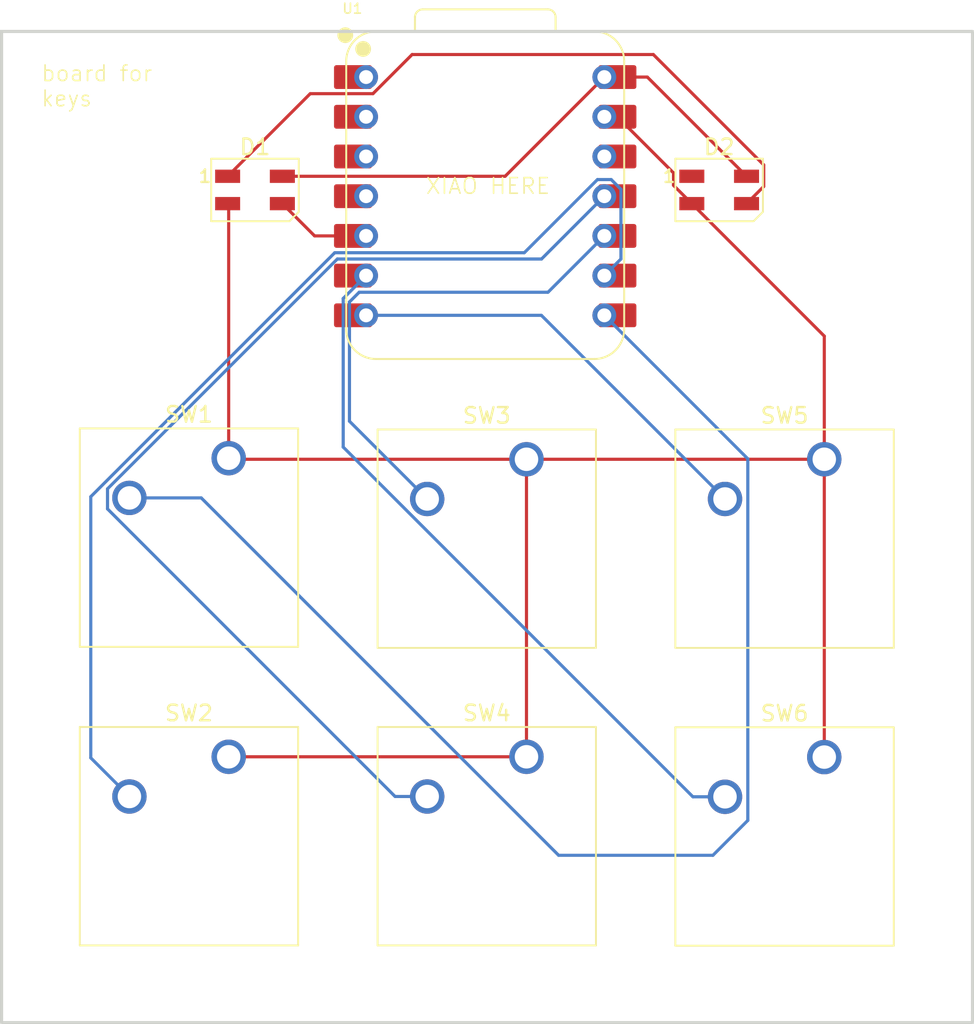
<source format=kicad_pcb>
(kicad_pcb (version 20241229) (generator "pcbnew") (generator_version "9.0")
  (layers (0 "F.Cu" signal) (2 "B.Cu" signal) (13 "F.Paste" user) (15 "B.Paste" user) (5 "F.SilkS" user "F.Silkscreen") (7 "B.SilkS" user "B.Silkscreen") (1 "F.Mask" user) (3 "B.Mask" user) (25 "Edge.Cuts" user))
  (net 0 "")
  (net 1 "+5V")
  (net 2 "Net-(D1-DIN)")
  (net 3 "GND")
  (net 4 "Net-(D1-DOUT)")
  (net 6 "Net-(U1-GPIO1{slash}RX)")
  (net 7 "Net-(U1-GPIO2{slash}SCK)")
  (net 8 "Net-(U1-GPIO4{slash}MISO)")
  (net 9 "Net-(U1-GPIO3{slash}MOSI)")
  (net 10 "Net-(U1-GPIO0{slash}TX)")
  (net 15 "Net-(U1-GPIO7{slash}SCL)")
  (footprint "Button_Switch_Keyboard:SW_Cherry_MX_1.00u_PCB" (layer "F.Cu") (at 106.9975 125.88875)
    (property "Reference" "SW3" (at -2.54 -2.794 0) (layer "F.SilkS"))
    (property "Value" "SW_Push")
    (fp_line (start -9.525 -1.905) (end 4.445 -1.905) (stroke (width 0.12)) (layer "F.SilkS"))
    (fp_line (start -9.525 12.065) (end -9.525 -1.905) (stroke (width 0.12)) (layer "F.SilkS"))
    (fp_line (start 4.445 -1.905) (end 4.445 12.065) (stroke (width 0.12)) (layer "F.SilkS"))
    (fp_line (start 4.445 12.065) (end -9.525 12.065) (stroke (width 0.12)) (layer "F.SilkS"))
    (pad "" np_thru_hole circle (at -7.62 5.08) (size 1.7 1.7) (drill 1.7) (layers "*.Cu" "*.Mask"))
    (pad "" np_thru_hole circle (at -2.54 5.08) (size 4 4) (drill 4) (layers "*.Cu" "*.Mask"))
    (pad "" np_thru_hole circle (at 2.54 5.08) (size 1.7 1.7) (drill 1.7) (layers "*.Cu" "*.Mask"))
    (pad "1" thru_hole circle (at 0 0) (size 2.2 2.2) (drill 1.5) (layers "*.Cu" "*.Mask") (net 3 "GND"))
    (pad "2" thru_hole circle (at -6.35 2.54) (size 2.2 2.2) (drill 1.5) (layers "*.Cu" "*.Mask") (net 8 "Net-(U1-GPIO4{slash}MISO)"))
  )
  (footprint "Seeed Studio XIAO Series Library:XIAO-RP2040-DIP" (layer "F.Cu") (at 104.357 109.06125)
    (property "Reference" "U1" (at -8.5 -12 0) (layer "F.SilkS") (effects (font (size 0.635 0.635) (thickness 0.1016))))
    (property "Value" "XIAO-RP2040-DIP")
    (fp_line (start -8.89 8.509) (end -8.89 -8.636) (stroke (width 0.127)) (layer "F.SilkS"))
    (fp_line (start -6.985 10.414) (end 6.985 10.414) (stroke (width 0.127)) (layer "F.SilkS"))
    (fp_line (start -4.495 -10.541) (end -4.491272 -11.451272) (stroke (width 0.127)) (layer "F.SilkS"))
    (fp_line (start -3.991272 -11.951) (end 4.004 -11.951) (stroke (width 0.127)) (layer "F.SilkS"))
    (fp_line (start 4.504 -11.451) (end 4.504 -10.541) (stroke (width 0.127)) (layer "F.SilkS"))
    (fp_line (start 6.985 -10.541) (end -6.985 -10.541) (stroke (width 0.1)) (layer "F.SilkS"))
    (fp_line (start 6.985 -10.541) (end -6.985 -10.541) (stroke (width 0.127)) (layer "F.SilkS"))
    (fp_line (start 8.89 8.509) (end 8.89 -8.636) (stroke (width 0.127)) (layer "F.SilkS"))
    (fp_arc (start -8.89 -8.636) (mid -8.332038 -9.983038) (end -6.985 -10.541) (stroke (width 0.127)) (layer "F.SilkS"))
    (fp_arc (start -6.985 10.414) (mid -8.332038 9.856038) (end -8.89 8.509) (stroke (width 0.127)) (layer "F.SilkS"))
    (fp_arc (start -4.491272 -11.451272) (mid -4.344728 -11.80464) (end -3.991272 -11.951) (stroke (width 0.127)) (layer "F.SilkS"))
    (fp_arc (start 4.004 -11.951) (mid 4.357553 -11.804553) (end 4.504 -11.451) (stroke (width 0.127)) (layer "F.SilkS"))
    (fp_arc (start 6.985 -10.541) (mid 8.332038 -9.983038) (end 8.89 -8.636) (stroke (width 0.127)) (layer "F.SilkS"))
    (fp_arc (start 8.89 8.509) (mid 8.332038 9.856038) (end 6.985 10.414) (stroke (width 0.127)) (layer "F.SilkS"))
    (fp_circle (center -8.95 -10.3) (end -8.95 -10.554) (stroke (width 0.5)) (fill yes) (layer "F.SilkS"))
    (fp_circle (center -7.807 -9.42) (end -7.807 -9.674) (stroke (width 0.5)) (fill yes) (layer "F.SilkS"))
    (pad "1" smd roundrect (at -8.455 -7.62 180) (size 2.432 1.524) (layers "F.Cu" "F.Mask") (roundrect_rratio 0.1))
    (pad "1" thru_hole circle (at -7.62 -7.62 180) (size 1.524 1.524) (drill 0.889) (layers "*.Cu" "*.Mask"))
    (pad "2" smd roundrect (at -8.455 -5.08 180) (size 2.432 1.524) (layers "F.Cu" "F.Mask") (roundrect_rratio 0.1))
    (pad "2" thru_hole circle (at -7.62 -5.08 180) (size 1.524 1.524) (drill 0.889) (layers "*.Cu" "*.Mask"))
    (pad "3" smd roundrect (at -8.455 -2.54 180) (size 2.432 1.524) (layers "F.Cu" "F.Mask") (roundrect_rratio 0.1))
    (pad "3" thru_hole circle (at -7.62 -2.54 180) (size 1.524 1.524) (drill 0.889) (layers "*.Cu" "*.Mask"))
    (pad "4" smd roundrect (at -8.455 0 180) (size 2.432 1.524) (layers "F.Cu" "F.Mask") (roundrect_rratio 0.1))
    (pad "4" thru_hole circle (at -7.62 0 180) (size 1.524 1.524) (drill 0.889) (layers "*.Cu" "*.Mask"))
    (pad "5" smd roundrect (at -8.455 2.54 180) (size 2.432 1.524) (layers "F.Cu" "F.Mask") (roundrect_rratio 0.1) (net 2 "Net-(D1-DIN)"))
    (pad "5" thru_hole circle (at -7.62 2.54 180) (size 1.524 1.524) (drill 0.889) (layers "*.Cu" "*.Mask") (net 2 "Net-(D1-DIN)"))
    (pad "6" smd roundrect (at -8.455 5.08 180) (size 2.432 1.524) (layers "F.Cu" "F.Mask") (roundrect_rratio 0.1) (net 15 "Net-(U1-GPIO7{slash}SCL)"))
    (pad "6" thru_hole circle (at -7.62 5.08 180) (size 1.524 1.524) (drill 0.889) (layers "*.Cu" "*.Mask") (net 15 "Net-(U1-GPIO7{slash}SCL)"))
    (pad "7" smd roundrect (at -8.455 7.62 180) (size 2.432 1.524) (layers "F.Cu" "F.Mask") (roundrect_rratio 0.1) (net 10 "Net-(U1-GPIO0{slash}TX)"))
    (pad "7" thru_hole circle (at -7.62 7.62 180) (size 1.524 1.524) (drill 0.889) (layers "*.Cu" "*.Mask") (net 10 "Net-(U1-GPIO0{slash}TX)"))
    (pad "8" thru_hole circle (at 7.62 7.62) (size 1.524 1.524) (drill 0.889) (layers "*.Cu" "*.Mask") (net 6 "Net-(U1-GPIO1{slash}RX)"))
    (pad "8" smd roundrect (at 8.455 7.62) (size 2.432 1.524) (layers "F.Cu" "F.Mask") (roundrect_rratio 0.1) (net 6 "Net-(U1-GPIO1{slash}RX)"))
    (pad "9" thru_hole circle (at 7.62 5.08) (size 1.524 1.524) (drill 0.889) (layers "*.Cu" "*.Mask") (net 7 "Net-(U1-GPIO2{slash}SCK)"))
    (pad "9" smd roundrect (at 8.455 5.08) (size 2.432 1.524) (layers "F.Cu" "F.Mask") (roundrect_rratio 0.1) (net 7 "Net-(U1-GPIO2{slash}SCK)"))
    (pad "10" thru_hole circle (at 7.62 2.54) (size 1.524 1.524) (drill 0.889) (layers "*.Cu" "*.Mask") (net 8 "Net-(U1-GPIO4{slash}MISO)"))
    (pad "10" smd roundrect (at 8.455 2.54) (size 2.432 1.524) (layers "F.Cu" "F.Mask") (roundrect_rratio 0.1) (net 8 "Net-(U1-GPIO4{slash}MISO)"))
    (pad "11" thru_hole circle (at 7.62 0) (size 1.524 1.524) (drill 0.889) (layers "*.Cu" "*.Mask") (net 9 "Net-(U1-GPIO3{slash}MOSI)"))
    (pad "11" smd roundrect (at 8.455 0) (size 2.432 1.524) (layers "F.Cu" "F.Mask") (roundrect_rratio 0.1) (net 9 "Net-(U1-GPIO3{slash}MOSI)"))
    (pad "12" thru_hole circle (at 7.62 -2.54) (size 1.524 1.524) (drill 0.889) (layers "*.Cu" "*.Mask"))
    (pad "12" smd roundrect (at 8.455 -2.54) (size 2.432 1.524) (layers "F.Cu" "F.Mask") (roundrect_rratio 0.1))
    (pad "13" thru_hole circle (at 7.62 -5.08) (size 1.524 1.524) (drill 0.889) (layers "*.Cu" "*.Mask") (net 3 "GND"))
    (pad "13" smd roundrect (at 8.455 -5.08) (size 2.432 1.524) (layers "F.Cu" "F.Mask") (roundrect_rratio 0.1) (net 3 "GND"))
    (pad "14" thru_hole circle (at 7.62 -7.62) (size 1.524 1.524) (drill 0.889) (layers "*.Cu" "*.Mask") (net 1 "+5V"))
    (pad "14" smd roundrect (at 8.455 -7.62) (size 2.432 1.524) (layers "F.Cu" "F.Mask") (roundrect_rratio 0.1) (net 1 "+5V"))
  )
  (footprint "Button_Switch_Keyboard:SW_Cherry_MX_1.00u_PCB" (layer "F.Cu") (at 126.0475 144.93875)
    (property "Reference" "SW6" (at -2.54 -2.794 0) (layer "F.SilkS"))
    (property "Value" "SW_Push")
    (fp_line (start -9.525 -1.905) (end 4.445 -1.905) (stroke (width 0.12)) (layer "F.SilkS"))
    (fp_line (start -9.525 12.065) (end -9.525 -1.905) (stroke (width 0.12)) (layer "F.SilkS"))
    (fp_line (start 4.445 -1.905) (end 4.445 12.065) (stroke (width 0.12)) (layer "F.SilkS"))
    (fp_line (start 4.445 12.065) (end -9.525 12.065) (stroke (width 0.12)) (layer "F.SilkS"))
    (pad "" np_thru_hole circle (at -7.62 5.08) (size 1.7 1.7) (drill 1.7) (layers "*.Cu" "*.Mask"))
    (pad "" np_thru_hole circle (at -2.54 5.08) (size 4 4) (drill 4) (layers "*.Cu" "*.Mask"))
    (pad "" np_thru_hole circle (at 2.54 5.08) (size 1.7 1.7) (drill 1.7) (layers "*.Cu" "*.Mask"))
    (pad "1" thru_hole circle (at 0 0) (size 2.2 2.2) (drill 1.5) (layers "*.Cu" "*.Mask") (net 3 "GND"))
    (pad "2" thru_hole circle (at -6.35 2.54) (size 2.2 2.2) (drill 1.5) (layers "*.Cu" "*.Mask") (net 15 "Net-(U1-GPIO7{slash}SCL)"))
  )
  (footprint "LED_SMD:LED_SK6812MINI_PLCC4_3.5x3.5mm_P1.75mm" (layer "F.Cu") (at 89.63075 108.6625)
    (property "Reference" "D1" (at 0 -2.75 0) (layer "F.SilkS"))
    (property "Value" "SK6812MINI")
    (fp_line (start -2.8 -2) (end -2.8 2) (stroke (width 0.12)) (layer "F.SilkS"))
    (fp_line (start -2.8 -2) (end 2.8 -2) (stroke (width 0.12)) (layer "F.SilkS"))
    (fp_line (start -2.8 2) (end 2.2 2) (stroke (width 0.12)) (layer "F.SilkS"))
    (fp_line (start 2.8 1.4) (end 2.2 2) (stroke (width 0.12)) (layer "F.SilkS"))
    (fp_line (start 2.8 1.4) (end 2.8 -2) (stroke (width 0.12)) (layer "F.SilkS"))
    (fp_text user "1" (at -3.2 -0.875 0) (layer "F.SilkS") (effects (font (size 0.8 0.8))))
    (pad "1" smd rect (at -1.75 -0.875) (size 1.6 0.85) (layers "F.Cu" "F.Mask" "F.Paste") (net 4 "Net-(D1-DOUT)"))
    (pad "2" smd rect (at -1.75 0.875) (size 1.6 0.85) (layers "F.Cu" "F.Mask" "F.Paste") (net 3 "GND"))
    (pad "3" smd rect (at 1.75 0.875) (size 1.6 0.85) (layers "F.Cu" "F.Mask" "F.Paste") (net 2 "Net-(D1-DIN)"))
    (pad "4" smd rect (at 1.75 -0.875) (size 1.6 0.85) (layers "F.Cu" "F.Mask" "F.Paste") (net 1 "+5V"))
  )
  (footprint "Button_Switch_Keyboard:SW_Cherry_MX_1.00u_PCB" (layer "F.Cu") (at 126.0475 125.88875)
    (property "Reference" "SW5" (at -2.54 -2.794 0) (layer "F.SilkS"))
    (property "Value" "SW_Push")
    (fp_line (start -9.525 -1.905) (end 4.445 -1.905) (stroke (width 0.12)) (layer "F.SilkS"))
    (fp_line (start -9.525 12.065) (end -9.525 -1.905) (stroke (width 0.12)) (layer "F.SilkS"))
    (fp_line (start 4.445 -1.905) (end 4.445 12.065) (stroke (width 0.12)) (layer "F.SilkS"))
    (fp_line (start 4.445 12.065) (end -9.525 12.065) (stroke (width 0.12)) (layer "F.SilkS"))
    (pad "" np_thru_hole circle (at -7.62 5.08) (size 1.7 1.7) (drill 1.7) (layers "*.Cu" "*.Mask"))
    (pad "" np_thru_hole circle (at -2.54 5.08) (size 4 4) (drill 4) (layers "*.Cu" "*.Mask"))
    (pad "" np_thru_hole circle (at 2.54 5.08) (size 1.7 1.7) (drill 1.7) (layers "*.Cu" "*.Mask"))
    (pad "1" thru_hole circle (at 0 0) (size 2.2 2.2) (drill 1.5) (layers "*.Cu" "*.Mask") (net 3 "GND"))
    (pad "2" thru_hole circle (at -6.35 2.54) (size 2.2 2.2) (drill 1.5) (layers "*.Cu" "*.Mask") (net 10 "Net-(U1-GPIO0{slash}TX)"))
  )
  (footprint "LED_SMD:LED_SK6812MINI_PLCC4_3.5x3.5mm_P1.75mm" (layer "F.Cu") (at 119.3245 108.6625)
    (property "Reference" "D2" (at 0 -2.75 0) (layer "F.SilkS"))
    (property "Value" "SK6812MINI")
    (fp_line (start -2.8 -2) (end -2.8 2) (stroke (width 0.12)) (layer "F.SilkS"))
    (fp_line (start -2.8 -2) (end 2.8 -2) (stroke (width 0.12)) (layer "F.SilkS"))
    (fp_line (start -2.8 2) (end 2.2 2) (stroke (width 0.12)) (layer "F.SilkS"))
    (fp_line (start 2.8 1.4) (end 2.2 2) (stroke (width 0.12)) (layer "F.SilkS"))
    (fp_line (start 2.8 1.4) (end 2.8 -2) (stroke (width 0.12)) (layer "F.SilkS"))
    (fp_text user "1" (at -3.2 -0.875 0) (layer "F.SilkS") (effects (font (size 0.8 0.8))))
    (pad "1" smd rect (at -1.75 -0.875) (size 1.6 0.85) (layers "F.Cu" "F.Mask" "F.Paste"))
    (pad "2" smd rect (at -1.75 0.875) (size 1.6 0.85) (layers "F.Cu" "F.Mask" "F.Paste") (net 3 "GND"))
    (pad "3" smd rect (at 1.75 0.875) (size 1.6 0.85) (layers "F.Cu" "F.Mask" "F.Paste") (net 4 "Net-(D1-DOUT)"))
    (pad "4" smd rect (at 1.75 -0.875) (size 1.6 0.85) (layers "F.Cu" "F.Mask" "F.Paste") (net 1 "+5V"))
  )
  (footprint "Button_Switch_Keyboard:SW_Cherry_MX_1.00u_PCB" (layer "F.Cu") (at 87.9475 144.92)
    (property "Reference" "SW2" (at -2.54 -2.794 0) (layer "F.SilkS"))
    (property "Value" "SW_Push")
    (fp_line (start -9.525 -1.905) (end 4.445 -1.905) (stroke (width 0.12)) (layer "F.SilkS"))
    (fp_line (start -9.525 12.065) (end -9.525 -1.905) (stroke (width 0.12)) (layer "F.SilkS"))
    (fp_line (start 4.445 -1.905) (end 4.445 12.065) (stroke (width 0.12)) (layer "F.SilkS"))
    (fp_line (start 4.445 12.065) (end -9.525 12.065) (stroke (width 0.12)) (layer "F.SilkS"))
    (pad "" np_thru_hole circle (at -7.62 5.08) (size 1.7 1.7) (drill 1.7) (layers "*.Cu" "*.Mask"))
    (pad "" np_thru_hole circle (at -2.54 5.08) (size 4 4) (drill 4) (layers "*.Cu" "*.Mask"))
    (pad "" np_thru_hole circle (at 2.54 5.08) (size 1.7 1.7) (drill 1.7) (layers "*.Cu" "*.Mask"))
    (pad "1" thru_hole circle (at 0 0) (size 2.2 2.2) (drill 1.5) (layers "*.Cu" "*.Mask") (net 3 "GND"))
    (pad "2" thru_hole circle (at -6.35 2.54) (size 2.2 2.2) (drill 1.5) (layers "*.Cu" "*.Mask") (net 7 "Net-(U1-GPIO2{slash}SCK)"))
  )
  (footprint "Button_Switch_Keyboard:SW_Cherry_MX_1.00u_PCB" (layer "F.Cu") (at 106.9975 144.92)
    (property "Reference" "SW4" (at -2.54 -2.794 0) (layer "F.SilkS"))
    (property "Value" "SW_Push")
    (fp_line (start -9.525 -1.905) (end 4.445 -1.905) (stroke (width 0.12)) (layer "F.SilkS"))
    (fp_line (start -9.525 12.065) (end -9.525 -1.905) (stroke (width 0.12)) (layer "F.SilkS"))
    (fp_line (start 4.445 -1.905) (end 4.445 12.065) (stroke (width 0.12)) (layer "F.SilkS"))
    (fp_line (start 4.445 12.065) (end -9.525 12.065) (stroke (width 0.12)) (layer "F.SilkS"))
    (pad "" np_thru_hole circle (at -7.62 5.08) (size 1.7 1.7) (drill 1.7) (layers "*.Cu" "*.Mask"))
    (pad "" np_thru_hole circle (at -2.54 5.08) (size 4 4) (drill 4) (layers "*.Cu" "*.Mask"))
    (pad "" np_thru_hole circle (at 2.54 5.08) (size 1.7 1.7) (drill 1.7) (layers "*.Cu" "*.Mask"))
    (pad "1" thru_hole circle (at 0 0) (size 2.2 2.2) (drill 1.5) (layers "*.Cu" "*.Mask") (net 3 "GND"))
    (pad "2" thru_hole circle (at -6.35 2.54) (size 2.2 2.2) (drill 1.5) (layers "*.Cu" "*.Mask") (net 9 "Net-(U1-GPIO3{slash}MOSI)"))
  )
  (footprint "Button_Switch_Keyboard:SW_Cherry_MX_1.00u_PCB" (layer "F.Cu") (at 87.9475 125.82)
    (property "Reference" "SW1" (at -2.54 -2.794 0) (layer "F.SilkS"))
    (property "Value" "SW_Push")
    (fp_line (start -9.525 -1.905) (end 4.445 -1.905) (stroke (width 0.12)) (layer "F.SilkS"))
    (fp_line (start -9.525 12.065) (end -9.525 -1.905) (stroke (width 0.12)) (layer "F.SilkS"))
    (fp_line (start 4.445 -1.905) (end 4.445 12.065) (stroke (width 0.12)) (layer "F.SilkS"))
    (fp_line (start 4.445 12.065) (end -9.525 12.065) (stroke (width 0.12)) (layer "F.SilkS"))
    (pad "" np_thru_hole circle (at -7.62 5.08) (size 1.7 1.7) (drill 1.7) (layers "*.Cu" "*.Mask"))
    (pad "" np_thru_hole circle (at -2.54 5.08) (size 4 4) (drill 4) (layers "*.Cu" "*.Mask"))
    (pad "" np_thru_hole circle (at 2.54 5.08) (size 1.7 1.7) (drill 1.7) (layers "*.Cu" "*.Mask"))
    (pad "1" thru_hole circle (at 0 0) (size 2.2 2.2) (drill 1.5) (layers "*.Cu" "*.Mask") (net 3 "GND"))
    (pad "2" thru_hole circle (at -6.35 2.54) (size 2.2 2.2) (drill 1.5) (layers "*.Cu" "*.Mask") (net 6 "Net-(U1-GPIO1{slash}RX)"))
  )
  (gr_rect (start 73.41875 98.521875) (end 135.53125 161.925) (stroke (width 0.2)) (fill no) (layer "Edge.Cuts"))
  (gr_text "board for\nkeys" (at 75.9 103.4 0) (layer "F.SilkS") (effects (font (size 1 1) (thickness 0.1)) (justify left bottom)))
  (gr_text "XIAO HERE" (at 100.49325 108.99775 0) (layer "F.SilkS") (effects (font (size 1 1) (thickness 0.1)) (justify left bottom)))
  (segment (start 114.72825 101.44125) (end 111.977 101.44125) (width 0.2) (layer "F.Cu") (net 1))
  (segment (start 105.63075 107.7875) (end 91.38075 107.7875) (width 0.2) (layer "F.Cu") (net 1))
  (segment (start 121.0745 107.7875) (end 114.72825 101.44125) (width 0.2) (layer "F.Cu") (net 1))
  (segment (start 111.977 101.44125) (end 105.63075 107.7875) (width 0.2) (layer "F.Cu") (net 1))
  (segment (start 93.4445 111.60125) (end 96.737 111.60125) (width 0.2) (layer "F.Cu") (net 2))
  (segment (start 91.38075 109.5375) (end 93.4445 111.60125) (width 0.2) (layer "F.Cu") (net 2))
  (segment (start 117.5745 109.5375) (end 116.4 108.363) (width 0.2) (layer "F.Cu") (net 3))
  (segment (start 126.0475 125.88875) (end 126.0475 118.0105) (width 0.2) (layer "F.Cu") (net 3))
  (segment (start 87.9475 109.60425) (end 87.88075 109.5375) (width 0.2) (layer "F.Cu") (net 3))
  (segment (start 106.9975 125.88875) (end 126.0475 125.88875) (width 0.2) (layer "F.Cu") (net 3))
  (segment (start 116.4 108.363) (end 116.4 107.56925) (width 0.2) (layer "F.Cu") (net 3))
  (segment (start 88.01625 125.88875) (end 87.9475 125.82) (width 0.2) (layer "F.Cu") (net 3))
  (segment (start 106.9975 144.92) (end 87.9475 144.92) (width 0.2) (layer "F.Cu") (net 3))
  (segment (start 106.9975 125.88875) (end 106.9975 144.92) (width 0.2) (layer "F.Cu") (net 3))
  (segment (start 126.0475 118.0105) (end 117.5745 109.5375) (width 0.2) (layer "F.Cu") (net 3))
  (segment (start 106.9975 125.88875) (end 88.01625 125.88875) (width 0.2) (layer "F.Cu") (net 3))
  (segment (start 126.0475 144.93875) (end 126.0475 125.88875) (width 0.2) (layer "F.Cu") (net 3))
  (segment (start 87.9475 125.82) (end 87.9475 109.60425) (width 0.2) (layer "F.Cu") (net 3))
  (segment (start 116.4 107.56925) (end 112.812 103.98125) (width 0.2) (layer "F.Cu") (net 3))
  (segment (start 122.1755 107.0615) (end 115.114 100) (width 0.2) (layer "F.Cu") (net 4))
  (segment (start 93.164 102.50425) (end 87.88075 107.7875) (width 0.2) (layer "F.Cu") (net 4))
  (segment (start 115.114 100) (end 99.68156 100) (width 0.2) (layer "F.Cu") (net 4))
  (segment (start 121.0745 109.5375) (end 122.1755 108.4365) (width 0.2) (layer "F.Cu") (net 4))
  (segment (start 99.68156 100) (end 97.17731 102.50425) (width 0.2) (layer "F.Cu") (net 4))
  (segment (start 122.1755 108.4365) (end 122.1755 107.0615) (width 0.2) (layer "F.Cu") (net 4))
  (segment (start 97.17731 102.50425) (end 93.164 102.50425) (width 0.2) (layer "F.Cu") (net 4))
  (segment (start 109.052066 151.21975) (end 86.192316 128.36) (width 0.2) (layer "B.Cu") (net 6))
  (segment (start 121.1565 125.86075) (end 121.1565 148.98822) (width 0.2) (layer "B.Cu") (net 6))
  (segment (start 118.92497 151.21975) (end 109.052066 151.21975) (width 0.2) (layer "B.Cu") (net 6))
  (segment (start 81.5975 128.36) (end 81.54 128.36) (width 0.2) (layer "B.Cu") (net 6))
  (segment (start 81.54 128.36) (end 81.5 128.4) (width 0.2) (layer "B.Cu") (net 6))
  (segment (start 111.977 116.68125) (end 121.1565 125.86075) (width 0.2) (layer "B.Cu") (net 6))
  (segment (start 121.1565 148.98822) (end 118.92497 151.21975) (width 0.2) (layer "B.Cu") (net 6))
  (segment (start 86.192316 128.36) (end 81.5975 128.36) (width 0.2) (layer "B.Cu") (net 6))
  (segment (start 112.41731 107.99825) (end 113.04 108.62094) (width 0.2) (layer "B.Cu") (net 7))
  (segment (start 111.53669 107.99825) (end 112.41731 107.99825) (width 0.2) (layer "B.Cu") (net 7))
  (segment (start 79.1265 128.282586) (end 94.731836 112.67725) (width 0.2) (layer "B.Cu") (net 7))
  (segment (start 79.1265 144.989) (end 79.1265 128.282586) (width 0.2) (layer "B.Cu") (net 7))
  (segment (start 94.731836 112.67725) (end 106.85769 112.67725) (width 0.2) (layer "B.Cu") (net 7))
  (segment (start 113.04 108.62094) (end 113.04 113.07825) (width 0.2) (layer "B.Cu") (net 7))
  (segment (start 81.5975 147.46) (end 79.1265 144.989) (width 0.2) (layer "B.Cu") (net 7))
  (segment (start 106.85769 112.67725) (end 111.53669 107.99825) (width 0.2) (layer "B.Cu") (net 7))
  (segment (start 113.04 113.07825) (end 111.977 114.14125) (width 0.2) (layer "B.Cu") (net 7))
  (segment (start 100.6475 128.42875) (end 95.674 123.45525) (width 0.2) (layer "B.Cu") (net 8))
  (segment (start 96.29669 115.20425) (end 108.374 115.20425) (width 0.2) (layer "B.Cu") (net 8))
  (segment (start 95.674 123.45525) (end 95.674 115.82694) (width 0.2) (layer "B.Cu") (net 8))
  (segment (start 108.374 115.20425) (end 111.977 111.60125) (width 0.2) (layer "B.Cu") (net 8))
  (segment (start 95.674 115.82694) (end 96.29669 115.20425) (width 0.2) (layer "B.Cu") (net 8))
  (segment (start 107.96 113.07825) (end 111.977 109.06125) (width 0.2) (layer "B.Cu") (net 9))
  (segment (start 80.1965 129.063816) (end 80.1965 127.779686) (width 0.2) (layer "B.Cu") (net 9))
  (segment (start 80.1965 127.779686) (end 94.897936 113.07825) (width 0.2) (layer "B.Cu") (net 9))
  (segment (start 100.6475 147.46) (end 98.592684 147.46) (width 0.2) (layer "B.Cu") (net 9))
  (segment (start 94.897936 113.07825) (end 107.96 113.07825) (width 0.2) (layer "B.Cu") (net 9))
  (segment (start 98.592684 147.46) (end 80.1965 129.063816) (width 0.2) (layer "B.Cu") (net 9))
  (segment (start 119.6975 128.42875) (end 107.95 116.68125) (width 0.2) (layer "B.Cu") (net 10))
  (segment (start 107.95 116.68125) (end 96.737 116.68125) (width 0.2) (layer "B.Cu") (net 10))
  (segment (start 119.6975 147.47875) (end 117.642684 147.47875) (width 0.2) (layer "B.Cu") (net 15))
  (segment (start 117.642684 147.47875) (end 95.273 125.109066) (width 0.2) (layer "B.Cu") (net 15))
  (segment (start 95.273 115.60525) (end 96.737 114.14125) (width 0.2) (layer "B.Cu") (net 15))
  (segment (start 95.273 125.109066) (end 95.273 115.60525) (width 0.2) (layer "B.Cu") (net 15))
)
</source>
